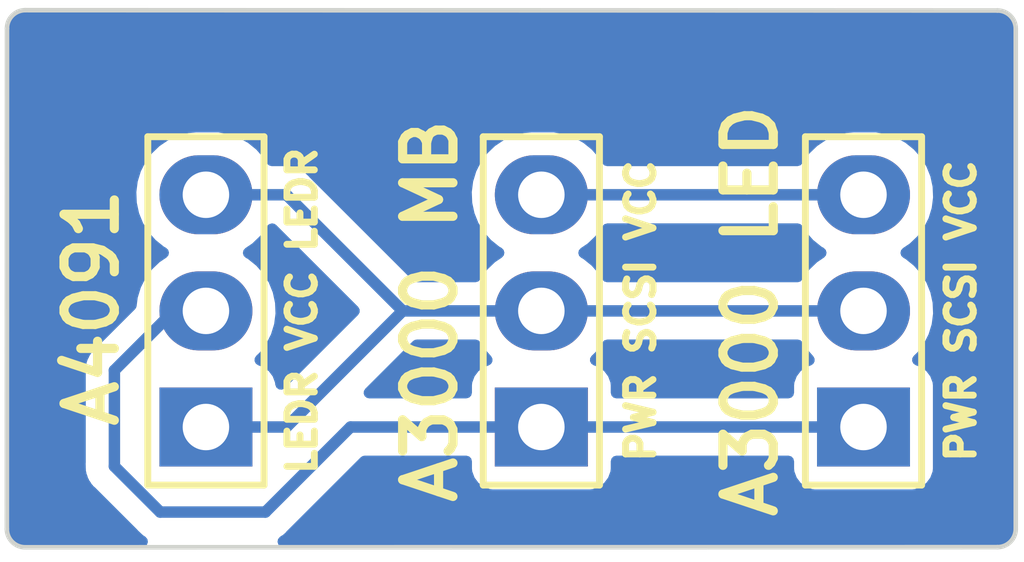
<source format=kicad_pcb>
(kicad_pcb (version 20221018) (generator pcbnew)
  (layers (0 "F.Cu" signal) (31 "B.Cu" signal) (34 "B.Paste" user) (35 "F.Paste" user) (36 "B.SilkS" user "B.Silkscreen") (37 "F.SilkS" user "F.Silkscreen") (38 "B.Mask" user) (39 "F.Mask" user) (44 "Edge.Cuts" user))
  (net 0 "")
  (net 1 "5V")
  (net 2 "SCSI_LED")
  (net 3 "PWR_LED")
  (footprint "4ms_Connector:Pins_1x03_2.54mm_TH_AudioInsRGndL" (layer "F.Cu") (at 75.87 24 180)
    (fp_text reference "J3" hide)
    (fp_text value "A3000_MB" hide)
    (fp_text user "A3000 LED" (at 2.47 0 90) (layer "F.SilkS") (effects (font (size 1.1 1.1) (thickness 0.2))))
    (fp_text user "PWR SCSI VCC" (at -2.13 0 90) (layer "F.SilkS") (effects (font (size 0.6 0.6))))
    (fp_line (start -1.27 -3.81) (end -1.27 3.81) (stroke (width 0.15)) (layer "F.SilkS"))
    (fp_line (start -1.27 3.81) (end 1.27 3.81) (stroke (width 0.15)) (layer "F.SilkS"))
    (fp_line (start 1.27 -3.81) (end -1.27 -3.81) (stroke (width 0.15)) (layer "F.SilkS"))
    (fp_line (start 1.27 3.81) (end 1.27 -3.81) (stroke (width 0.15)) (layer "F.SilkS"))
    (pad "1" thru_hole rect (at 0 -2.54 180) (size 2.032 1.7272) (drill 1.016) (layers "*.Cu" "*.Mask") (net 1 "5V"))
    (pad "2" thru_hole oval (at 0 0 180) (size 2.032 1.7272) (drill 1.016) (layers "*.Cu" "*.Mask") (net 2 "SCSI_LED"))
    (pad "3" thru_hole oval (at 0 2.54 180) (size 2.032 1.7272) (drill 1.016) (layers "*.Cu" "*.Mask") (net 3 "PWR_LED"))
  )
  (footprint "4ms_Connector:Pins_1x03_2.54mm_TH_AudioInsRGndL" (layer "F.Cu") (at 68.83 24 180)
    (fp_text reference "J3" hide)
    (fp_text value "A3000MB" hide)
    (fp_text user "PWR SCSI VCC" (at -2.17 0 90) (layer "F.SilkS") (effects (font (size 0.6 0.6))))
    (fp_text user "A3000 MB" (at 2.43 0 90) (layer "F.SilkS") (effects (font (size 1.1 1.1) (thickness 0.2))))
    (fp_line (start -1.27 -3.81) (end -1.27 3.81) (stroke (width 0.15)) (layer "F.SilkS"))
    (fp_line (start -1.27 3.81) (end 1.27 3.81) (stroke (width 0.15)) (layer "F.SilkS"))
    (fp_line (start 1.27 -3.81) (end -1.27 -3.81) (stroke (width 0.15)) (layer "F.SilkS"))
    (fp_line (start 1.27 3.81) (end 1.27 -3.81) (stroke (width 0.15)) (layer "F.SilkS"))
    (pad "1" thru_hole rect (at 0 -2.54 180) (size 2.032 1.7272) (drill 1.016) (layers "*.Cu" "*.Mask") (net 1 "5V"))
    (pad "2" thru_hole oval (at 0 0 180) (size 2.032 1.7272) (drill 1.016) (layers "*.Cu" "*.Mask") (net 2 "SCSI_LED"))
    (pad "3" thru_hole oval (at 0 2.54 180) (size 2.032 1.7272) (drill 1.016) (layers "*.Cu" "*.Mask") (net 3 "PWR_LED"))
  )
  (footprint "4ms_Connector:Pins_1x03_2.54mm_TH_AudioInsRGndL" (layer "F.Cu") (at 61.5 24 180)
    (fp_text reference "J2" hide)
    (fp_text value "A4091" hide)
    (fp_text user "A4091" (at 2.5 0.07 90) (layer "F.SilkS") (effects (font (size 1.1 1.1) (thickness 0.2))))
    (fp_text user "LEDR VCC LEDR" (at -2.1 0 90) (layer "F.SilkS") (effects (font (size 0.6 0.6))))
    (fp_line (start -1.27 -3.81) (end -1.27 3.81) (stroke (width 0.15)) (layer "F.SilkS"))
    (fp_line (start -1.27 3.81) (end 1.27 3.81) (stroke (width 0.15)) (layer "F.SilkS"))
    (fp_line (start 1.27 -3.81) (end -1.27 -3.81) (stroke (width 0.15)) (layer "F.SilkS"))
    (fp_line (start 1.27 3.81) (end 1.27 -3.81) (stroke (width 0.15)) (layer "F.SilkS"))
    (pad "1" thru_hole rect (at 0 -2.54 180) (size 2.032 1.7272) (drill 1.016) (layers "*.Cu" "*.Mask") (net 2 "SCSI_LED"))
    (pad "2" thru_hole oval (at 0 0 180) (size 2.032 1.7272) (drill 1.016) (layers "*.Cu" "*.Mask") (net 1 "5V"))
    (pad "3" thru_hole oval (at 0 2.54 180) (size 2.032 1.7272) (drill 1.016) (layers "*.Cu" "*.Mask") (net 2 "SCSI_LED"))
  )
  (gr_line (start 79.197157 17.83) (end 79.197157 28.767157) (stroke (width 0.1)) (layer "Edge.Cuts"))
  (gr_arc (start 79.197157 28.767157) (mid 79.08 29.05) (end 78.797157 29.167157) (stroke (width 0.1)) (layer "Edge.Cuts"))
  (gr_arc (start 78.797157 17.43) (mid 79.08 17.547157) (end 79.197157 17.83) (stroke (width 0.1)) (layer "Edge.Cuts"))
  (gr_line (start 57.552843 17.422843) (end 78.797157 17.43) (stroke (width 0.1)) (layer "Edge.Cuts"))
  (gr_arc (start 57.152843 17.822843) (mid 57.27 17.54) (end 57.552843 17.422843) (stroke (width 0.1)) (layer "Edge.Cuts"))
  (gr_line (start 78.797157 29.167157) (end 57.55 29.17) (stroke (width 0.1)) (layer "Edge.Cuts"))
  (gr_line (start 57.152843 17.822843) (end 57.15 28.77) (stroke (width 0.1)) (layer "Edge.Cuts"))
  (gr_arc (start 57.55 29.17) (mid 57.267157 29.052843) (end 57.15 28.77) (stroke (width 0.1)) (layer "Edge.Cuts"))
  (gr_text "A4091 A3000 LED ADAPTER r1" (at 57.94 19.03) (layer "F.Cu") (effects (font (size 0.9 0.9) (thickness 0.225) bold) (justify left bottom)))
  (segment (start 68.94 26.65) (end 68.83 26.54) (width 0.25) (layer "F.Cu") (net 1))
  (segment (start 59.5 25.3) (end 59.5 27.4) (width 0.25) (layer "B.Cu") (net 1))
  (segment (start 75.87 26.54) (end 68.83 26.54) (width 0.25) (layer "B.Cu") (net 1))
  (segment (start 61.5 24) (end 60.8 24) (width 0.25) (layer "B.Cu") (net 1))
  (segment (start 59.5 27.4) (end 60.5 28.4) (width 0.25) (layer "B.Cu") (net 1))
  (segment (start 60.5 28.4) (end 62.8 28.4) (width 0.25) (layer "B.Cu") (net 1))
  (segment (start 60.8 24) (end 59.5 25.3) (width 0.25) (layer "B.Cu") (net 1))
  (segment (start 62.8 28.4) (end 64.66 26.54) (width 0.25) (layer "B.Cu") (net 1))
  (segment (start 64.66 26.54) (end 68.83 26.54) (width 0.25) (layer "B.Cu") (net 1))
  (segment (start 63.26 21.46) (end 65.8 24) (width 0.25) (layer "B.Cu") (net 2))
  (segment (start 61.5 21.46) (end 63.26 21.46) (width 0.25) (layer "B.Cu") (net 2))
  (segment (start 63.26 26.54) (end 65.8 24) (width 0.25) (layer "B.Cu") (net 2))
  (segment (start 61.5 26.54) (end 63.26 26.54) (width 0.25) (layer "B.Cu") (net 2))
  (segment (start 65.8 24) (end 68.83 24) (width 0.25) (layer "B.Cu") (net 2))
  (segment (start 68.83 24) (end 75.87 24) (width 0.25) (layer "B.Cu") (net 2))
  (segment (start 68.94 21.57) (end 68.83 21.46) (width 0.25) (layer "F.Cu") (net 3))
  (segment (start 68.83 21.46) (end 75.87 21.46) (width 0.25) (layer "B.Cu") (net 3))
  (segment (start 68.94 21.57) (end 68.83 21.46) (width 0.25) (layer "B.Cu") (net 3))
  (zone (net 0) (net_name "") (layer "B.Cu") (connect_pads (clearance 0.5)) (min_thickness 0.25) (fill yes (thermal_gap 0.5) (thermal_bridge_width 0.5) (island_removal_mode 1) (island_area_min 10))
    (polygon (pts (xy 79.4 29.5) (xy 79.4 17.2) (xy 57 17.2) (xy 57.1 29.5)))
  )
)
</source>
